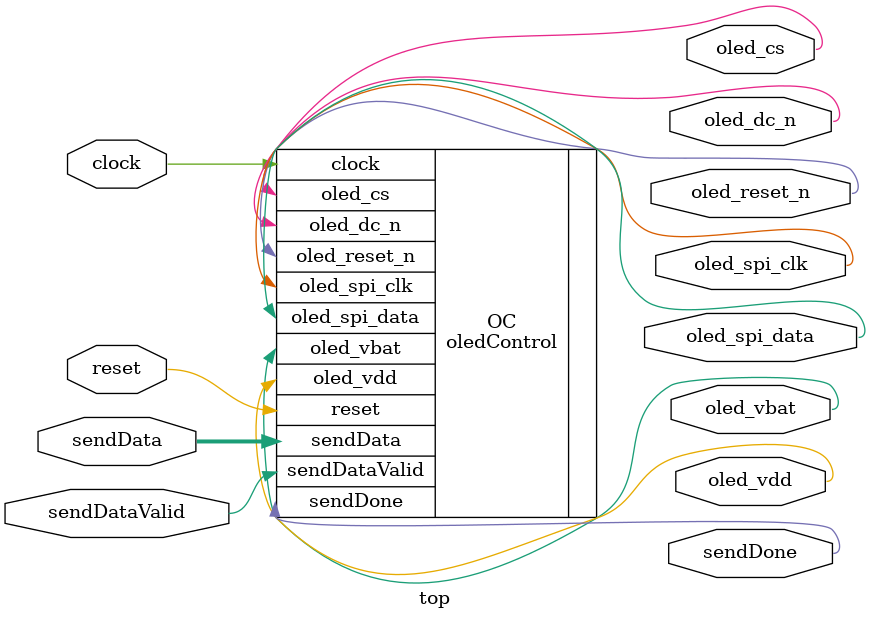
<source format=v>
`timescale 1ns / 1ps


module top(
input  clock, //100MHz onboard clock
input  reset,
//oled interface
output oled_spi_clk,
output oled_spi_data,
output oled_vdd,
output oled_vbat,
output oled_reset_n,
output oled_dc_n,
output oled_cs,

input [7:0] sendData,
input sendDataValid,
output sendDone
    );

/*localparam myString = "Hello world";
localparam StringLen = 11;
integer byteCounter;

reg [1:0]   state;
reg [7:0]   sendData;
reg         sendDataValid;
wire        sendDone;

localparam  IDLE = 'd0,
            SEND = 'd1,
            DONE = 'd2;

always @(posedge clock) begin
    if (reset) begin
        state <= IDLE;
        byteCounter <= StringLen;
        sendDataValid <= 1'b0;
    end
    else begin
        case (state)
            IDLE:begin
                if (!sendDone) begin
                    sendData <= myString[(byteCounter*8-1)-:8];
                    sendDataValid <= 1'b1;
                    state <= SEND;
                end
            end 
            SEND:begin
                if (sendDone) begin
                    sendDataValid <= 1'b0;
                    byteCounter <= byteCounter-1;
                    if (byteCounter != 1) begin
                        state <= IDLE;
                    end
                    else begin
                        state <= DONE;
                    end
                end
            end
            DONE:begin
                state <= DONE;
            end
        endcase
    end
end*/

oledControl OC(
    .clock(clock), //100MHz onboard clock
    .reset(reset),
//oled interface
    .oled_spi_clk(oled_spi_clk),
    .oled_spi_data(oled_spi_data),
    .oled_vdd(oled_vdd),
    .oled_vbat(oled_vbat),
    .oled_reset_n(oled_reset_n),
    .oled_dc_n(oled_dc_n),
    .oled_cs(oled_cs),
//
    .sendData(sendData),
    .sendDataValid(sendDataValid),
    .sendDone(sendDone)
    );
endmodule

</source>
